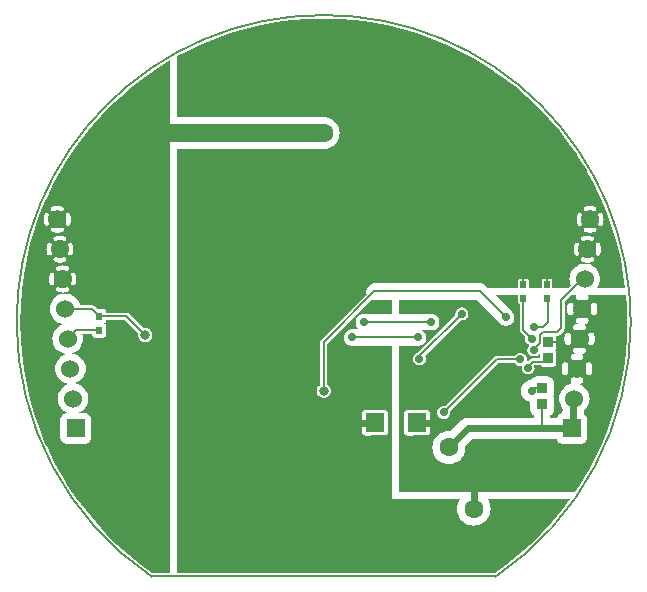
<source format=gbl>
G04 start of page 3 for group 1 idx 1 *
G04 Title: roomunit-psu, bottom *
G04 Creator: pcb 1.99z *
G04 CreationDate: tor 11 jun 2015 09:01:47 UTC *
G04 For: jonatan *
G04 Format: Gerber/RS-274X *
G04 PCB-Dimensions (mil): 2401.57 2401.57 *
G04 PCB-Coordinate-Origin: lower left *
%MOIN*%
%FSLAX25Y25*%
%LNBOTTOM*%
%ADD48C,0.0157*%
%ADD47C,0.0118*%
%ADD46C,0.0630*%
%ADD45C,0.0315*%
%ADD44C,0.0276*%
%ADD43R,0.0197X0.0197*%
%ADD42R,0.0315X0.0315*%
%ADD41R,0.0618X0.0618*%
%ADD40C,0.0600*%
%ADD39C,0.0591*%
%ADD38C,0.0236*%
%ADD37C,0.0079*%
%ADD36C,0.0001*%
G54D36*G36*
X68898Y207342D02*Y185738D01*
X68889Y185630D01*
X68898Y185522D01*
Y184520D01*
X68750Y183905D01*
X68684Y183071D01*
X68750Y182237D01*
X68898Y181622D01*
Y180620D01*
X68889Y180512D01*
X68898Y180404D01*
Y36614D01*
X62962D01*
X59261Y39216D01*
X55183Y42450D01*
X51278Y45890D01*
X47554Y49525D01*
X45901Y51315D01*
Y114872D01*
X46476Y114875D01*
X46687Y114926D01*
X46887Y115009D01*
X47072Y115122D01*
X47237Y115263D01*
X47378Y115428D01*
X47491Y115613D01*
X47574Y115813D01*
X47625Y116024D01*
X47638Y116240D01*
X47625Y118700D01*
X47574Y118911D01*
X47491Y119112D01*
X47378Y119297D01*
X47237Y119462D01*
X47072Y119602D01*
X46905Y119705D01*
X47072Y119807D01*
X47237Y119948D01*
X47378Y120113D01*
X47491Y120298D01*
X47574Y120498D01*
X47625Y120709D01*
X47634Y120866D01*
X53841D01*
X58348Y116360D01*
X58290Y116119D01*
X58260Y115748D01*
X58290Y115377D01*
X58376Y115016D01*
X58519Y114672D01*
X58713Y114355D01*
X58954Y114073D01*
X59237Y113831D01*
X59554Y113637D01*
X59898Y113495D01*
X60259Y113408D01*
X60630Y113379D01*
X61001Y113408D01*
X61362Y113495D01*
X61706Y113637D01*
X62023Y113831D01*
X62305Y114073D01*
X62547Y114355D01*
X62741Y114672D01*
X62883Y115016D01*
X62970Y115377D01*
X62992Y115748D01*
X62970Y116119D01*
X62883Y116480D01*
X62741Y116824D01*
X62547Y117141D01*
X62305Y117424D01*
X62023Y117665D01*
X61706Y117859D01*
X61362Y118002D01*
X61001Y118088D01*
X60630Y118118D01*
X60259Y118088D01*
X60018Y118030D01*
X55199Y122850D01*
X55168Y122885D01*
X55027Y123006D01*
X54869Y123103D01*
X54697Y123174D01*
X54559Y123207D01*
X54516Y123217D01*
X54331Y123232D01*
X54284Y123228D01*
X47626D01*
X47625Y123386D01*
X47574Y123596D01*
X47491Y123797D01*
X47378Y123982D01*
X47237Y124147D01*
X47072Y124288D01*
X46887Y124401D01*
X46687Y124484D01*
X46476Y124534D01*
X46260Y124547D01*
X45901Y124545D01*
Y188851D01*
X48533Y191625D01*
X52375Y195271D01*
X56403Y198711D01*
X60606Y201936D01*
X64972Y204936D01*
X68898Y207342D01*
G37*
G36*
X33045Y90889D02*X33529Y90476D01*
X34212Y90058D01*
X34952Y89751D01*
X35082Y89720D01*
X34074Y89717D01*
X33754Y89640D01*
X33450Y89514D01*
X33169Y89342D01*
X33045Y89237D01*
Y90889D01*
G37*
G36*
Y100201D02*X33340Y100020D01*
X34080Y99713D01*
X34859Y99526D01*
X35125Y99505D01*
X34952Y99464D01*
X34212Y99157D01*
X33529Y98739D01*
X33045Y98326D01*
Y100201D01*
G37*
G36*
Y109743D02*X33209Y109675D01*
X33988Y109488D01*
X34252Y109467D01*
X34080Y109426D01*
X33340Y109119D01*
X33045Y108939D01*
Y109743D01*
G37*
G36*
Y119467D02*X33117Y119450D01*
X33381Y119429D01*
X33209Y119388D01*
X33045Y119320D01*
Y119467D01*
G37*
G36*
X36657Y177275D02*X38222Y179552D01*
X41446Y183754D01*
X44887Y187782D01*
X45901Y188851D01*
Y124545D01*
X44456Y124537D01*
X43697Y125296D01*
X43667Y125331D01*
X43526Y125452D01*
X43526Y125452D01*
X43367Y125549D01*
X43196Y125620D01*
X43015Y125663D01*
X42830Y125678D01*
X42783Y125674D01*
X38867D01*
X38772Y126071D01*
X38465Y126811D01*
X38046Y127495D01*
X37526Y128104D01*
X36917Y128624D01*
X36657Y128784D01*
Y132308D01*
X36700Y132316D01*
X36812Y132353D01*
X36916Y132407D01*
X37011Y132477D01*
X37094Y132561D01*
X37163Y132657D01*
X37214Y132764D01*
X37362Y133171D01*
X37466Y133593D01*
X37528Y134022D01*
X37549Y134456D01*
X37528Y134889D01*
X37466Y135318D01*
X37362Y135740D01*
X37218Y136149D01*
X37166Y136255D01*
X37097Y136352D01*
X37014Y136436D01*
X36918Y136507D01*
X36813Y136561D01*
X36700Y136599D01*
X36657Y136606D01*
Y143994D01*
X36677Y144417D01*
X36657Y144841D01*
Y177275D01*
G37*
G36*
X34914Y142844D02*X34917Y142827D01*
X34954Y142715D01*
X35008Y142610D01*
X35079Y142515D01*
X35163Y142432D01*
X35259Y142363D01*
X35364Y142310D01*
X35477Y142275D01*
X35593Y142257D01*
X35711Y142258D01*
X35828Y142277D01*
X35940Y142315D01*
X36045Y142369D01*
X36140Y142439D01*
X36223Y142523D01*
X36291Y142619D01*
X36342Y142726D01*
X36490Y143133D01*
X36594Y143555D01*
X36656Y143984D01*
X36657Y143994D01*
Y136606D01*
X36583Y136618D01*
X36465Y136619D01*
X36348Y136601D01*
X36235Y136566D01*
X36128Y136513D01*
X36032Y136444D01*
X35948Y136360D01*
X35877Y136265D01*
X35822Y136160D01*
X35785Y136047D01*
X35766Y135930D01*
X35765Y135811D01*
X35782Y135694D01*
X35820Y135582D01*
X35919Y135311D01*
X35988Y135030D01*
X36030Y134744D01*
X36044Y134456D01*
X36030Y134167D01*
X35988Y133881D01*
X35919Y133600D01*
X35824Y133328D01*
X35786Y133216D01*
X35768Y133099D01*
X35769Y132981D01*
X35788Y132865D01*
X35826Y132753D01*
X35880Y132648D01*
X35950Y132553D01*
X36034Y132470D01*
X36130Y132401D01*
X36236Y132349D01*
X36348Y132313D01*
X36465Y132295D01*
X36583Y132296D01*
X36657Y132308D01*
Y128784D01*
X36234Y129043D01*
X35493Y129350D01*
X34914Y129489D01*
Y130384D01*
X34940Y130402D01*
X35025Y130486D01*
X35095Y130581D01*
X35150Y130686D01*
X35187Y130799D01*
X35206Y130916D01*
X35207Y131034D01*
X35190Y131152D01*
X35154Y131265D01*
X35101Y131371D01*
X35032Y131467D01*
X34948Y131552D01*
X34914Y131577D01*
Y137338D01*
X34946Y137362D01*
X35029Y137446D01*
X35098Y137542D01*
X35151Y137648D01*
X35186Y137760D01*
X35204Y137877D01*
X35203Y137995D01*
X35184Y138111D01*
X35146Y138223D01*
X35092Y138328D01*
X35022Y138423D01*
X34938Y138506D01*
X34914Y138523D01*
Y142844D01*
G37*
G36*
Y145647D02*X34949Y145544D01*
X35048Y145272D01*
X35117Y144992D01*
X35158Y144706D01*
X35172Y144417D01*
X35158Y144129D01*
X35117Y143843D01*
X35048Y143562D01*
X34952Y143290D01*
X34914Y143178D01*
X34914Y143176D01*
Y145647D01*
G37*
G36*
Y174685D02*X35221Y175186D01*
X36657Y177275D01*
Y144841D01*
X36656Y144851D01*
X36594Y145280D01*
X36490Y145701D01*
X36347Y146111D01*
X36294Y146217D01*
X36225Y146314D01*
X36142Y146398D01*
X36047Y146469D01*
X35941Y146523D01*
X35829Y146561D01*
X35712Y146580D01*
X35593Y146581D01*
X35476Y146563D01*
X35363Y146527D01*
X35257Y146474D01*
X35160Y146405D01*
X35076Y146322D01*
X35005Y146227D01*
X34951Y146121D01*
X34914Y146011D01*
Y152232D01*
X34957Y152239D01*
X35069Y152276D01*
X35173Y152331D01*
X35268Y152401D01*
X35351Y152485D01*
X35420Y152581D01*
X35471Y152687D01*
X35619Y153095D01*
X35723Y153516D01*
X35785Y153946D01*
X35806Y154379D01*
X35785Y154813D01*
X35723Y155242D01*
X35619Y155663D01*
X35476Y156073D01*
X35423Y156179D01*
X35354Y156276D01*
X35271Y156360D01*
X35175Y156430D01*
X35070Y156485D01*
X34958Y156522D01*
X34914Y156530D01*
Y174685D01*
G37*
G36*
Y131577D02*X34853Y131622D01*
X34748Y131677D01*
X34635Y131714D01*
X34518Y131734D01*
X34400Y131734D01*
X34282Y131717D01*
X34170Y131679D01*
X33899Y131580D01*
X33618Y131511D01*
X33332Y131469D01*
X33045Y131456D01*
Y137455D01*
X33332Y137442D01*
X33618Y137400D01*
X33899Y137331D01*
X34171Y137235D01*
X34283Y137198D01*
X34400Y137180D01*
X34518Y137181D01*
X34634Y137200D01*
X34746Y137238D01*
X34851Y137292D01*
X34914Y137338D01*
Y131577D01*
G37*
G36*
Y129489D02*X34714Y129537D01*
X33915Y129600D01*
X33117Y129537D01*
X33045Y129520D01*
Y129950D01*
X33477Y129971D01*
X33906Y130034D01*
X34328Y130137D01*
X34737Y130281D01*
X34844Y130333D01*
X34914Y130384D01*
Y129489D01*
G37*
G36*
X33045Y171636D02*X34914Y174685D01*
Y156530D01*
X34841Y156542D01*
X34722Y156543D01*
X34605Y156525D01*
X34492Y156489D01*
X34386Y156436D01*
X34289Y156367D01*
X34205Y156284D01*
X34134Y156188D01*
X34080Y156083D01*
X34042Y155971D01*
X34023Y155854D01*
X34022Y155735D01*
X34040Y155618D01*
X34078Y155506D01*
X34176Y155234D01*
X34245Y154954D01*
X34287Y154668D01*
X34301Y154379D01*
X34287Y154091D01*
X34245Y153805D01*
X34176Y153524D01*
X34081Y153251D01*
X34043Y153140D01*
X34025Y153023D01*
X34026Y152905D01*
X34046Y152788D01*
X34083Y152676D01*
X34137Y152572D01*
X34207Y152477D01*
X34291Y152394D01*
X34387Y152325D01*
X34493Y152272D01*
X34605Y152237D01*
X34722Y152219D01*
X34840Y152220D01*
X34914Y152232D01*
Y146011D01*
X34913Y146009D01*
X34894Y145892D01*
X34893Y145773D01*
X34911Y145656D01*
X34914Y145647D01*
Y143176D01*
X34897Y143061D01*
X34897Y142943D01*
X34914Y142844D01*
Y138523D01*
X34842Y138575D01*
X34735Y138625D01*
X34328Y138774D01*
X33906Y138877D01*
X33477Y138940D01*
X33045Y138961D01*
Y139998D01*
X33456Y140099D01*
X33866Y140243D01*
X33972Y140295D01*
X34068Y140364D01*
X34153Y140447D01*
X34223Y140543D01*
X34278Y140648D01*
X34315Y140761D01*
X34335Y140878D01*
X34336Y140996D01*
X34318Y141113D01*
X34282Y141227D01*
X34229Y141333D01*
X34160Y141429D01*
X34077Y141514D01*
X33981Y141584D01*
X33876Y141639D01*
X33764Y141676D01*
X33647Y141695D01*
X33528Y141696D01*
X33411Y141679D01*
X33299Y141641D01*
X33045Y141548D01*
Y147286D01*
X33300Y147197D01*
X33411Y147159D01*
X33528Y147142D01*
X33646Y147143D01*
X33763Y147162D01*
X33875Y147199D01*
X33980Y147254D01*
X34075Y147324D01*
X34157Y147408D01*
X34226Y147504D01*
X34279Y147609D01*
X34315Y147722D01*
X34332Y147839D01*
X34331Y147957D01*
X34312Y148073D01*
X34275Y148185D01*
X34220Y148290D01*
X34150Y148385D01*
X34066Y148468D01*
X33970Y148537D01*
X33864Y148587D01*
X33456Y148736D01*
X33045Y148837D01*
Y150230D01*
X33101Y150257D01*
X33197Y150326D01*
X33282Y150409D01*
X33352Y150505D01*
X33407Y150610D01*
X33444Y150722D01*
X33464Y150839D01*
X33464Y150958D01*
X33447Y151075D01*
X33411Y151188D01*
X33358Y151294D01*
X33289Y151391D01*
X33206Y151475D01*
X33110Y151546D01*
X33045Y151579D01*
Y157183D01*
X33108Y157216D01*
X33203Y157286D01*
X33286Y157370D01*
X33355Y157466D01*
X33408Y157571D01*
X33443Y157684D01*
X33461Y157801D01*
X33460Y157919D01*
X33441Y158035D01*
X33403Y158147D01*
X33349Y158252D01*
X33279Y158347D01*
X33195Y158430D01*
X33099Y158498D01*
X33045Y158524D01*
Y171636D01*
G37*
G36*
X45901Y51315D02*X44022Y53348D01*
X40691Y57347D01*
X37571Y61512D01*
X34669Y65832D01*
X33045Y68539D01*
Y80055D01*
X33169Y79949D01*
X33450Y79777D01*
X33754Y79651D01*
X34074Y79574D01*
X34402Y79555D01*
X40730Y79574D01*
X41050Y79651D01*
X41354Y79777D01*
X41634Y79949D01*
X41884Y80163D01*
X42098Y80413D01*
X42270Y80694D01*
X42396Y80998D01*
X42473Y81318D01*
X42492Y81646D01*
X42473Y87974D01*
X42396Y88294D01*
X42270Y88598D01*
X42098Y88878D01*
X41884Y89128D01*
X41634Y89342D01*
X41354Y89514D01*
X41050Y89640D01*
X40730Y89717D01*
X40402Y89736D01*
X38015Y89729D01*
X38108Y89751D01*
X38848Y90058D01*
X39531Y90476D01*
X40141Y90997D01*
X40661Y91606D01*
X41080Y92289D01*
X41386Y93030D01*
X41573Y93809D01*
X41620Y94607D01*
X41573Y95406D01*
X41386Y96185D01*
X41080Y96926D01*
X40661Y97609D01*
X40141Y98218D01*
X39531Y98739D01*
X38848Y99157D01*
X38108Y99464D01*
X37329Y99651D01*
X37063Y99672D01*
X37236Y99713D01*
X37976Y100020D01*
X38660Y100439D01*
X39269Y100959D01*
X39789Y101568D01*
X40208Y102251D01*
X40515Y102992D01*
X40702Y103771D01*
X40749Y104570D01*
X40702Y105368D01*
X40515Y106148D01*
X40208Y106888D01*
X39789Y107571D01*
X39269Y108180D01*
X38660Y108701D01*
X37976Y109119D01*
X37236Y109426D01*
X36457Y109613D01*
X36193Y109634D01*
X36365Y109675D01*
X37105Y109982D01*
X37788Y110400D01*
X38398Y110921D01*
X38918Y111530D01*
X39337Y112213D01*
X39643Y112954D01*
X39830Y113733D01*
X39878Y114531D01*
X39830Y115330D01*
X39643Y116109D01*
X39614Y116181D01*
X42925D01*
X42926Y116024D01*
X42977Y115813D01*
X43060Y115613D01*
X43173Y115428D01*
X43314Y115263D01*
X43479Y115122D01*
X43664Y115009D01*
X43864Y114926D01*
X44075Y114875D01*
X44291Y114862D01*
X45901Y114872D01*
Y51315D01*
G37*
G36*
X29431Y150311D02*X29503Y150260D01*
X29609Y150209D01*
X30017Y150061D01*
X30438Y149957D01*
X30867Y149895D01*
X31301Y149874D01*
X31734Y149895D01*
X32164Y149957D01*
X32585Y150061D01*
X32994Y150204D01*
X33045Y150230D01*
Y148837D01*
X33035Y148839D01*
X32605Y148902D01*
X32172Y148923D01*
X31739Y148902D01*
X31309Y148839D01*
X30888Y148736D01*
X30478Y148592D01*
X30372Y148540D01*
X30276Y148471D01*
X30191Y148387D01*
X30121Y148292D01*
X30066Y148187D01*
X30029Y148074D01*
X30009Y147957D01*
X30008Y147838D01*
X30026Y147721D01*
X30062Y147608D01*
X30115Y147502D01*
X30184Y147406D01*
X30267Y147321D01*
X30363Y147251D01*
X30468Y147196D01*
X30581Y147159D01*
X30698Y147139D01*
X30816Y147138D01*
X30933Y147156D01*
X31046Y147194D01*
X31317Y147293D01*
X31598Y147362D01*
X31883Y147403D01*
X32172Y147417D01*
X32461Y147403D01*
X32747Y147362D01*
X33027Y147293D01*
X33045Y147286D01*
Y141548D01*
X33027Y141542D01*
X32747Y141473D01*
X32461Y141431D01*
X32172Y141417D01*
X31883Y141431D01*
X31598Y141473D01*
X31317Y141542D01*
X31044Y141637D01*
X30933Y141675D01*
X30816Y141693D01*
X30698Y141692D01*
X30581Y141673D01*
X30469Y141635D01*
X30365Y141581D01*
X30270Y141511D01*
X30187Y141427D01*
X30118Y141331D01*
X30065Y141225D01*
X30030Y141113D01*
X30012Y140996D01*
X30013Y140878D01*
X30032Y140761D01*
X30069Y140649D01*
X30124Y140545D01*
X30194Y140450D01*
X30278Y140367D01*
X30374Y140298D01*
X30480Y140247D01*
X30888Y140099D01*
X31309Y139995D01*
X31739Y139933D01*
X32172Y139912D01*
X32605Y139933D01*
X33035Y139995D01*
X33045Y139998D01*
Y138961D01*
X33044Y138961D01*
X32610Y138940D01*
X32181Y138877D01*
X31760Y138774D01*
X31350Y138630D01*
X31244Y138578D01*
X31147Y138509D01*
X31063Y138425D01*
X30992Y138330D01*
X30938Y138225D01*
X30900Y138112D01*
X30881Y137995D01*
X30880Y137877D01*
X30898Y137759D01*
X30934Y137646D01*
X30987Y137540D01*
X31056Y137444D01*
X31139Y137359D01*
X31234Y137289D01*
X31340Y137234D01*
X31452Y137197D01*
X31569Y137177D01*
X31688Y137177D01*
X31805Y137194D01*
X31917Y137232D01*
X32189Y137331D01*
X32469Y137400D01*
X32755Y137442D01*
X33044Y137456D01*
X33045Y137455D01*
Y131456D01*
X33044Y131456D01*
X32755Y131469D01*
X32469Y131511D01*
X32189Y131580D01*
X31916Y131676D01*
X31804Y131713D01*
X31688Y131731D01*
X31569Y131730D01*
X31453Y131711D01*
X31341Y131674D01*
X31236Y131619D01*
X31141Y131549D01*
X31058Y131465D01*
X30990Y131369D01*
X30937Y131263D01*
X30901Y131151D01*
X30884Y131034D01*
X30884Y130916D01*
X30904Y130800D01*
X30941Y130688D01*
X30995Y130583D01*
X31065Y130488D01*
X31150Y130405D01*
X31246Y130336D01*
X31352Y130286D01*
X31760Y130137D01*
X32181Y130034D01*
X32610Y129971D01*
X33044Y129950D01*
X33045Y129950D01*
Y129520D01*
X32337Y129350D01*
X31597Y129043D01*
X30914Y128624D01*
X30305Y128104D01*
X29784Y127495D01*
X29431Y126917D01*
Y132305D01*
X29504Y132293D01*
X29623Y132292D01*
X29740Y132310D01*
X29853Y132345D01*
X29959Y132398D01*
X30055Y132467D01*
X30140Y132551D01*
X30210Y132646D01*
X30265Y132751D01*
X30302Y132864D01*
X30322Y132981D01*
X30323Y133100D01*
X30305Y133217D01*
X30267Y133329D01*
X30168Y133600D01*
X30099Y133881D01*
X30058Y134167D01*
X30044Y134456D01*
X30058Y134744D01*
X30099Y135030D01*
X30168Y135311D01*
X30264Y135583D01*
X30302Y135695D01*
X30319Y135812D01*
X30318Y135930D01*
X30299Y136046D01*
X30262Y136158D01*
X30207Y136263D01*
X30137Y136358D01*
X30053Y136441D01*
X29957Y136510D01*
X29852Y136562D01*
X29739Y136598D01*
X29622Y136616D01*
X29504Y136615D01*
X29431Y136603D01*
Y142825D01*
X29431Y142826D01*
X29450Y142943D01*
X29451Y143061D01*
X29433Y143179D01*
X29431Y143187D01*
Y145661D01*
X29448Y145774D01*
X29447Y145892D01*
X29431Y145988D01*
Y150311D01*
G37*
G36*
Y157257D02*X29491Y157213D01*
X29597Y157158D01*
X29709Y157120D01*
X29826Y157101D01*
X29945Y157100D01*
X30062Y157118D01*
X30174Y157156D01*
X30446Y157255D01*
X30726Y157324D01*
X31012Y157365D01*
X31301Y157379D01*
X31589Y157365D01*
X31875Y157324D01*
X32156Y157255D01*
X32429Y157159D01*
X32540Y157121D01*
X32657Y157104D01*
X32775Y157105D01*
X32891Y157124D01*
X33003Y157161D01*
X33045Y157183D01*
Y151579D01*
X33005Y151600D01*
X32892Y151638D01*
X32775Y151657D01*
X32657Y151658D01*
X32539Y151640D01*
X32427Y151602D01*
X32156Y151504D01*
X31875Y151435D01*
X31589Y151393D01*
X31301Y151379D01*
X31012Y151393D01*
X30726Y151435D01*
X30446Y151504D01*
X30173Y151599D01*
X30061Y151637D01*
X29945Y151655D01*
X29827Y151654D01*
X29710Y151634D01*
X29598Y151597D01*
X29493Y151543D01*
X29431Y151496D01*
Y157257D01*
G37*
G36*
Y164976D02*X29926Y166014D01*
X32453Y170669D01*
X33045Y171636D01*
Y158524D01*
X32992Y158549D01*
X32585Y158697D01*
X32164Y158801D01*
X31734Y158863D01*
X31301Y158884D01*
X30867Y158863D01*
X30438Y158801D01*
X30017Y158697D01*
X29607Y158554D01*
X29501Y158501D01*
X29431Y158451D01*
Y164976D01*
G37*
G36*
X33045Y68539D02*X31992Y70295D01*
X29549Y74890D01*
X29431Y75144D01*
Y122069D01*
X29784Y121492D01*
X30305Y120883D01*
X30914Y120362D01*
X31597Y119944D01*
X32337Y119637D01*
X33045Y119467D01*
Y119320D01*
X32469Y119081D01*
X31786Y118663D01*
X31176Y118142D01*
X30656Y117533D01*
X30237Y116850D01*
X29931Y116109D01*
X29744Y115330D01*
X29681Y114531D01*
X29744Y113733D01*
X29931Y112954D01*
X30237Y112213D01*
X30656Y111530D01*
X31176Y110921D01*
X31786Y110400D01*
X32469Y109982D01*
X33045Y109743D01*
Y108939D01*
X32657Y108701D01*
X32048Y108180D01*
X31527Y107571D01*
X31109Y106888D01*
X30802Y106148D01*
X30615Y105368D01*
X30552Y104570D01*
X30615Y103771D01*
X30802Y102992D01*
X31109Y102251D01*
X31527Y101568D01*
X32048Y100959D01*
X32657Y100439D01*
X33045Y100201D01*
Y98326D01*
X32919Y98218D01*
X32399Y97609D01*
X31980Y96926D01*
X31674Y96185D01*
X31487Y95406D01*
X31424Y94607D01*
X31487Y93809D01*
X31674Y93030D01*
X31980Y92289D01*
X32399Y91606D01*
X32919Y90997D01*
X33045Y90889D01*
Y89237D01*
X32919Y89128D01*
X32705Y88878D01*
X32533Y88598D01*
X32407Y88294D01*
X32330Y87974D01*
X32311Y87646D01*
X32330Y81318D01*
X32407Y80998D01*
X32533Y80694D01*
X32705Y80413D01*
X32919Y80163D01*
X33045Y80055D01*
Y68539D01*
G37*
G36*
X29392Y145545D02*X29430Y145657D01*
X29431Y145661D01*
Y143187D01*
X29395Y143291D01*
X29296Y143562D01*
X29228Y143843D01*
X29186Y144129D01*
X29172Y144417D01*
X29186Y144706D01*
X29228Y144992D01*
X29296Y145272D01*
X29392Y145545D01*
G37*
G36*
X27688Y161322D02*X29431Y164976D01*
Y158451D01*
X29404Y158432D01*
X29320Y158349D01*
X29250Y158254D01*
X29195Y158148D01*
X29157Y158036D01*
X29138Y157919D01*
X29137Y157800D01*
X29155Y157683D01*
X29191Y157570D01*
X29244Y157464D01*
X29313Y157367D01*
X29396Y157283D01*
X29431Y157257D01*
Y151496D01*
X29398Y151473D01*
X29315Y151389D01*
X29247Y151293D01*
X29194Y151187D01*
X29158Y151074D01*
X29141Y150958D01*
X29142Y150840D01*
X29161Y150723D01*
X29198Y150611D01*
X29252Y150506D01*
X29323Y150411D01*
X29407Y150329D01*
X29431Y150311D01*
Y145988D01*
X29427Y146008D01*
X29390Y146120D01*
X29336Y146225D01*
X29266Y146320D01*
X29182Y146403D01*
X29085Y146471D01*
X28980Y146524D01*
X28867Y146560D01*
X28751Y146577D01*
X28633Y146577D01*
X28516Y146557D01*
X28404Y146520D01*
X28299Y146466D01*
X28204Y146396D01*
X28121Y146311D01*
X28053Y146215D01*
X28002Y146109D01*
X27854Y145701D01*
X27750Y145280D01*
X27688Y144851D01*
X27688Y144849D01*
Y152229D01*
X27761Y152216D01*
X27880Y152216D01*
X27997Y152233D01*
X28110Y152269D01*
X28216Y152322D01*
X28312Y152391D01*
X28397Y152474D01*
X28467Y152570D01*
X28522Y152675D01*
X28559Y152788D01*
X28579Y152905D01*
X28580Y153023D01*
X28562Y153140D01*
X28524Y153253D01*
X28425Y153524D01*
X28356Y153805D01*
X28315Y154091D01*
X28301Y154379D01*
X28315Y154668D01*
X28356Y154954D01*
X28425Y155234D01*
X28521Y155507D01*
X28559Y155619D01*
X28576Y155735D01*
X28575Y155853D01*
X28556Y155970D01*
X28519Y156082D01*
X28464Y156187D01*
X28394Y156282D01*
X28310Y156364D01*
X28214Y156433D01*
X28109Y156486D01*
X27996Y156522D01*
X27879Y156539D01*
X27761Y156538D01*
X27688Y156526D01*
Y161322D01*
G37*
G36*
X29431Y75144D02*X27688Y78873D01*
Y143985D01*
X27688Y143984D01*
X27750Y143555D01*
X27854Y143133D01*
X27997Y142724D01*
X28050Y142617D01*
X28119Y142521D01*
X28202Y142436D01*
X28298Y142366D01*
X28403Y142311D01*
X28515Y142274D01*
X28632Y142255D01*
X28751Y142254D01*
X28868Y142271D01*
X28981Y142307D01*
X29087Y142360D01*
X29184Y142429D01*
X29268Y142513D01*
X29339Y142608D01*
X29393Y142713D01*
X29431Y142825D01*
Y136603D01*
X29388Y136595D01*
X29276Y136558D01*
X29171Y136504D01*
X29076Y136434D01*
X28993Y136350D01*
X28924Y136254D01*
X28874Y136147D01*
X28725Y135740D01*
X28622Y135318D01*
X28559Y134889D01*
X28538Y134456D01*
X28559Y134022D01*
X28622Y133593D01*
X28725Y133171D01*
X28869Y132762D01*
X28921Y132656D01*
X28990Y132559D01*
X29074Y132475D01*
X29169Y132404D01*
X29274Y132350D01*
X29387Y132312D01*
X29431Y132305D01*
Y126917D01*
X29366Y126811D01*
X29059Y126071D01*
X28872Y125292D01*
X28809Y124493D01*
X28872Y123695D01*
X29059Y122915D01*
X29366Y122175D01*
X29431Y122069D01*
Y75144D01*
G37*
G36*
X27688Y78873D02*X27345Y79605D01*
X25387Y84427D01*
X23679Y89343D01*
X22226Y94340D01*
X21032Y99406D01*
X20100Y104526D01*
X19433Y109687D01*
X19031Y114876D01*
X18904Y119818D01*
X18921Y119888D01*
X18932Y120079D01*
X19036Y125374D01*
X19452Y130655D01*
X20143Y135907D01*
X21109Y141115D01*
X22345Y146266D01*
X23850Y151345D01*
X25618Y156339D01*
X27645Y161233D01*
X27688Y161322D01*
Y156526D01*
X27645Y156519D01*
X27533Y156482D01*
X27428Y156427D01*
X27333Y156357D01*
X27250Y156273D01*
X27182Y156177D01*
X27131Y156071D01*
X26982Y155663D01*
X26879Y155242D01*
X26816Y154813D01*
X26796Y154379D01*
X26816Y153946D01*
X26879Y153516D01*
X26982Y153095D01*
X27126Y152685D01*
X27179Y152579D01*
X27248Y152483D01*
X27331Y152398D01*
X27426Y152328D01*
X27532Y152273D01*
X27644Y152236D01*
X27688Y152229D01*
Y144849D01*
X27667Y144417D01*
X27688Y143985D01*
Y78873D01*
G37*
G36*
X137186Y127559D02*X142913D01*
Y122835D01*
X137186D01*
Y127559D01*
G37*
G36*
X211637Y153251D02*X211599Y153140D01*
X211599Y153136D01*
Y155609D01*
X211634Y155506D01*
X211732Y155234D01*
X211801Y154954D01*
X211843Y154668D01*
X211857Y154379D01*
X211843Y154091D01*
X211801Y153805D01*
X211732Y153524D01*
X211637Y153251D01*
G37*
G36*
X211599Y163148D02*X212512Y161233D01*
X214539Y156339D01*
X216308Y151345D01*
X217812Y146266D01*
X219049Y141115D01*
X220014Y135907D01*
X220595Y131496D01*
X211599D01*
Y132031D01*
X211663Y132137D01*
X211970Y132878D01*
X212157Y133657D01*
X212204Y134456D01*
X212157Y135254D01*
X211970Y136033D01*
X211663Y136774D01*
X211599Y136880D01*
Y142270D01*
X211641Y142277D01*
X211753Y142315D01*
X211858Y142369D01*
X211953Y142439D01*
X212036Y142523D01*
X212105Y142619D01*
X212155Y142726D01*
X212304Y143133D01*
X212407Y143555D01*
X212470Y143984D01*
X212491Y144417D01*
X212470Y144851D01*
X212407Y145280D01*
X212304Y145701D01*
X212160Y146111D01*
X212108Y146217D01*
X212039Y146314D01*
X211955Y146398D01*
X211860Y146469D01*
X211755Y146523D01*
X211642Y146561D01*
X211599Y146568D01*
Y152807D01*
X211602Y152788D01*
X211639Y152676D01*
X211693Y152572D01*
X211763Y152477D01*
X211847Y152394D01*
X211943Y152325D01*
X212049Y152272D01*
X212162Y152237D01*
X212278Y152219D01*
X212396Y152220D01*
X212513Y152239D01*
X212625Y152276D01*
X212730Y152331D01*
X212825Y152401D01*
X212907Y152485D01*
X212976Y152581D01*
X213027Y152687D01*
X213175Y153095D01*
X213279Y153516D01*
X213341Y153946D01*
X213362Y154379D01*
X213341Y154813D01*
X213279Y155242D01*
X213175Y155663D01*
X213032Y156073D01*
X212979Y156179D01*
X212910Y156276D01*
X212827Y156360D01*
X212731Y156430D01*
X212626Y156485D01*
X212514Y156522D01*
X212397Y156542D01*
X212278Y156543D01*
X212161Y156525D01*
X212048Y156489D01*
X211942Y156436D01*
X211845Y156367D01*
X211761Y156284D01*
X211690Y156188D01*
X211636Y156083D01*
X211599Y155972D01*
Y163148D01*
G37*
G36*
Y131496D02*X211271D01*
X211599Y132031D01*
Y131496D01*
G37*
G36*
X207987Y170148D02*X210232Y166014D01*
X211599Y163148D01*
Y155972D01*
X211598Y155971D01*
X211579Y155854D01*
X211578Y155735D01*
X211596Y155618D01*
X211599Y155609D01*
Y153136D01*
X211581Y153023D01*
X211582Y152905D01*
X211599Y152807D01*
Y146568D01*
X211525Y146580D01*
X211407Y146581D01*
X211289Y146563D01*
X211176Y146527D01*
X211070Y146474D01*
X210974Y146405D01*
X210889Y146322D01*
X210819Y146227D01*
X210764Y146121D01*
X210727Y146009D01*
X210707Y145892D01*
X210706Y145773D01*
X210724Y145656D01*
X210762Y145544D01*
X210861Y145272D01*
X210930Y144992D01*
X210972Y144706D01*
X210985Y144417D01*
X210972Y144129D01*
X210930Y143843D01*
X210861Y143562D01*
X210765Y143290D01*
X210728Y143178D01*
X210710Y143061D01*
X210711Y142943D01*
X210730Y142827D01*
X210767Y142715D01*
X210822Y142610D01*
X210892Y142515D01*
X210976Y142432D01*
X211072Y142363D01*
X211178Y142310D01*
X211290Y142275D01*
X211407Y142257D01*
X211525Y142258D01*
X211599Y142270D01*
Y136880D01*
X211245Y137457D01*
X210724Y138066D01*
X210115Y138587D01*
X209432Y139005D01*
X208692Y139312D01*
X207987Y139481D01*
Y139912D01*
X208419Y139933D01*
X208848Y139995D01*
X209270Y140099D01*
X209679Y140243D01*
X209785Y140295D01*
X209882Y140364D01*
X209966Y140447D01*
X210037Y140543D01*
X210091Y140648D01*
X210129Y140761D01*
X210148Y140878D01*
X210149Y140996D01*
X210131Y141113D01*
X210096Y141227D01*
X210042Y141333D01*
X209973Y141429D01*
X209890Y141514D01*
X209795Y141584D01*
X209689Y141639D01*
X209577Y141676D01*
X209460Y141695D01*
X209341Y141696D01*
X209224Y141679D01*
X209112Y141641D01*
X208841Y141542D01*
X208560Y141473D01*
X208274Y141431D01*
X207987Y141417D01*
Y147417D01*
X208274Y147403D01*
X208560Y147362D01*
X208841Y147293D01*
X209113Y147197D01*
X209225Y147159D01*
X209342Y147142D01*
X209460Y147143D01*
X209576Y147162D01*
X209688Y147199D01*
X209793Y147254D01*
X209888Y147324D01*
X209971Y147408D01*
X210039Y147504D01*
X210092Y147609D01*
X210128Y147722D01*
X210146Y147839D01*
X210145Y147957D01*
X210125Y148073D01*
X210088Y148185D01*
X210034Y148290D01*
X209964Y148385D01*
X209880Y148468D01*
X209784Y148537D01*
X209677Y148587D01*
X209270Y148736D01*
X208848Y148839D01*
X208419Y148902D01*
X207987Y148922D01*
Y149959D01*
X207994Y149957D01*
X208424Y149895D01*
X208857Y149874D01*
X209290Y149895D01*
X209720Y149957D01*
X210141Y150061D01*
X210551Y150204D01*
X210657Y150257D01*
X210753Y150326D01*
X210838Y150409D01*
X210908Y150505D01*
X210963Y150610D01*
X211000Y150722D01*
X211020Y150839D01*
X211021Y150958D01*
X211003Y151075D01*
X210967Y151188D01*
X210914Y151294D01*
X210845Y151391D01*
X210762Y151475D01*
X210666Y151546D01*
X210561Y151600D01*
X210448Y151638D01*
X210331Y151657D01*
X210213Y151658D01*
X210096Y151640D01*
X209983Y151602D01*
X209712Y151504D01*
X209431Y151435D01*
X209146Y151393D01*
X208857Y151379D01*
X208568Y151393D01*
X208282Y151435D01*
X208002Y151504D01*
X207987Y151509D01*
Y157249D01*
X208002Y157255D01*
X208282Y157324D01*
X208568Y157365D01*
X208857Y157379D01*
X209146Y157365D01*
X209431Y157324D01*
X209712Y157255D01*
X209985Y157159D01*
X210096Y157121D01*
X210213Y157104D01*
X210331Y157105D01*
X210448Y157124D01*
X210560Y157161D01*
X210664Y157216D01*
X210759Y157286D01*
X210842Y157370D01*
X210911Y157466D01*
X210964Y157571D01*
X210999Y157684D01*
X211017Y157801D01*
X211016Y157919D01*
X210997Y158035D01*
X210960Y158147D01*
X210905Y158252D01*
X210835Y158347D01*
X210751Y158430D01*
X210655Y158498D01*
X210549Y158549D01*
X210141Y158697D01*
X209720Y158801D01*
X209290Y158863D01*
X208857Y158884D01*
X208424Y158863D01*
X207994Y158801D01*
X207987Y158799D01*
Y170148D01*
G37*
G36*
X204372Y176007D02*X204936Y175186D01*
X207704Y170669D01*
X207987Y170148D01*
Y158799D01*
X207573Y158697D01*
X207163Y158554D01*
X207057Y158501D01*
X206961Y158432D01*
X206876Y158349D01*
X206806Y158254D01*
X206751Y158148D01*
X206714Y158036D01*
X206694Y157919D01*
X206693Y157800D01*
X206711Y157683D01*
X206747Y157570D01*
X206800Y157464D01*
X206869Y157367D01*
X206952Y157283D01*
X207048Y157213D01*
X207153Y157158D01*
X207265Y157120D01*
X207382Y157101D01*
X207501Y157100D01*
X207618Y157118D01*
X207730Y157156D01*
X207987Y157249D01*
Y151509D01*
X207729Y151599D01*
X207617Y151637D01*
X207501Y151655D01*
X207383Y151654D01*
X207266Y151634D01*
X207154Y151597D01*
X207049Y151543D01*
X206954Y151473D01*
X206872Y151389D01*
X206803Y151293D01*
X206750Y151187D01*
X206714Y151074D01*
X206697Y150958D01*
X206698Y150840D01*
X206717Y150723D01*
X206754Y150611D01*
X206809Y150506D01*
X206879Y150411D01*
X206963Y150329D01*
X207059Y150260D01*
X207165Y150209D01*
X207573Y150061D01*
X207987Y149959D01*
Y148922D01*
X207985Y148923D01*
X207552Y148902D01*
X207123Y148839D01*
X206701Y148736D01*
X206292Y148592D01*
X206186Y148540D01*
X206089Y148471D01*
X206005Y148387D01*
X205934Y148292D01*
X205880Y148187D01*
X205842Y148074D01*
X205823Y147957D01*
X205822Y147838D01*
X205840Y147721D01*
X205875Y147608D01*
X205928Y147502D01*
X205997Y147406D01*
X206081Y147321D01*
X206176Y147251D01*
X206281Y147196D01*
X206394Y147159D01*
X206511Y147139D01*
X206630Y147138D01*
X206747Y147156D01*
X206859Y147194D01*
X207130Y147293D01*
X207411Y147362D01*
X207697Y147403D01*
X207985Y147417D01*
X207987Y147417D01*
Y141417D01*
X207985Y141417D01*
X207697Y141431D01*
X207411Y141473D01*
X207130Y141542D01*
X206858Y141637D01*
X206746Y141675D01*
X206629Y141693D01*
X206511Y141692D01*
X206395Y141673D01*
X206283Y141635D01*
X206178Y141581D01*
X206083Y141511D01*
X206000Y141427D01*
X205931Y141331D01*
X205879Y141225D01*
X205843Y141113D01*
X205825Y140996D01*
X205826Y140878D01*
X205845Y140761D01*
X205883Y140649D01*
X205937Y140545D01*
X206007Y140450D01*
X206091Y140367D01*
X206187Y140298D01*
X206294Y140247D01*
X206701Y140099D01*
X207123Y139995D01*
X207552Y139933D01*
X207985Y139912D01*
X207987Y139912D01*
Y139481D01*
X207913Y139499D01*
X207114Y139562D01*
X206315Y139499D01*
X205536Y139312D01*
X204796Y139005D01*
X204372Y138746D01*
Y142267D01*
X204446Y142255D01*
X204564Y142254D01*
X204682Y142271D01*
X204795Y142307D01*
X204901Y142360D01*
X204997Y142429D01*
X205082Y142513D01*
X205152Y142608D01*
X205207Y142713D01*
X205244Y142826D01*
X205264Y142943D01*
X205264Y143061D01*
X205247Y143179D01*
X205209Y143291D01*
X205110Y143562D01*
X205041Y143843D01*
X204999Y144129D01*
X204985Y144417D01*
X204999Y144706D01*
X205041Y144992D01*
X205110Y145272D01*
X205205Y145545D01*
X205243Y145657D01*
X205261Y145774D01*
X205260Y145892D01*
X205241Y146008D01*
X205203Y146120D01*
X205149Y146225D01*
X205079Y146320D01*
X204995Y146403D01*
X204899Y146471D01*
X204793Y146524D01*
X204681Y146560D01*
X204564Y146577D01*
X204446Y146577D01*
X204372Y146564D01*
Y153952D01*
X204373Y153946D01*
X204435Y153516D01*
X204539Y153095D01*
X204682Y152685D01*
X204735Y152579D01*
X204804Y152483D01*
X204887Y152398D01*
X204982Y152328D01*
X205088Y152273D01*
X205200Y152236D01*
X205317Y152216D01*
X205436Y152216D01*
X205553Y152233D01*
X205666Y152269D01*
X205772Y152322D01*
X205869Y152391D01*
X205953Y152474D01*
X206024Y152570D01*
X206078Y152675D01*
X206116Y152788D01*
X206135Y152905D01*
X206136Y153023D01*
X206118Y153140D01*
X206080Y153253D01*
X205981Y153524D01*
X205912Y153805D01*
X205871Y154091D01*
X205857Y154379D01*
X205871Y154668D01*
X205912Y154954D01*
X205981Y155234D01*
X206077Y155507D01*
X206115Y155619D01*
X206132Y155735D01*
X206132Y155853D01*
X206112Y155970D01*
X206075Y156082D01*
X206021Y156187D01*
X205950Y156282D01*
X205866Y156364D01*
X205770Y156433D01*
X205665Y156486D01*
X205552Y156522D01*
X205436Y156539D01*
X205317Y156538D01*
X205201Y156519D01*
X205089Y156482D01*
X204984Y156427D01*
X204889Y156357D01*
X204806Y156273D01*
X204738Y156177D01*
X204687Y156071D01*
X204539Y155663D01*
X204435Y155242D01*
X204373Y154813D01*
X204372Y154807D01*
Y176007D01*
G37*
G36*
X137186Y219777D02*X141115Y219049D01*
X146266Y217812D01*
X151345Y216308D01*
X156339Y214539D01*
X161233Y212512D01*
X166014Y210232D01*
X170669Y207704D01*
X175186Y204936D01*
X179551Y201936D01*
X183754Y198711D01*
X187782Y195271D01*
X191625Y191625D01*
X195271Y187782D01*
X198711Y183754D01*
X201936Y179552D01*
X204372Y176007D01*
Y154807D01*
X204352Y154379D01*
X204372Y153952D01*
Y146564D01*
X204330Y146557D01*
X204218Y146520D01*
X204113Y146466D01*
X204018Y146396D01*
X203935Y146311D01*
X203866Y146215D01*
X203816Y146109D01*
X203667Y145701D01*
X203564Y145280D01*
X203501Y144851D01*
X203480Y144417D01*
X203501Y143984D01*
X203564Y143555D01*
X203667Y143133D01*
X203811Y142724D01*
X203863Y142617D01*
X203932Y142521D01*
X204015Y142436D01*
X204111Y142366D01*
X204216Y142311D01*
X204329Y142274D01*
X204372Y142267D01*
Y138746D01*
X204112Y138587D01*
X203503Y138066D01*
X202983Y137457D01*
X202564Y136774D01*
X202257Y136033D01*
X202070Y135254D01*
X202008Y134456D01*
X202070Y133657D01*
X202257Y132878D01*
X202434Y132451D01*
X201479Y131496D01*
X196256D01*
X196260Y131555D01*
X196253Y133923D01*
X196224Y134043D01*
X196176Y134158D01*
X196111Y134263D01*
X196031Y134358D01*
X195937Y134438D01*
X195831Y134503D01*
X195717Y134550D01*
X195596Y134579D01*
X195472Y134587D01*
X193380Y134579D01*
X193260Y134550D01*
X193145Y134503D01*
X193040Y134438D01*
X192945Y134358D01*
X192865Y134263D01*
X192800Y134158D01*
X192753Y134043D01*
X192724Y133923D01*
X192717Y133799D01*
X192724Y131496D01*
X188382D01*
X188386Y131555D01*
X188379Y133923D01*
X188350Y134043D01*
X188302Y134158D01*
X188237Y134263D01*
X188157Y134358D01*
X188063Y134438D01*
X187957Y134503D01*
X187842Y134550D01*
X187722Y134579D01*
X187598Y134587D01*
X185506Y134579D01*
X185386Y134550D01*
X185271Y134503D01*
X185166Y134438D01*
X185071Y134358D01*
X184991Y134263D01*
X184926Y134158D01*
X184879Y134043D01*
X184850Y133923D01*
X184843Y133799D01*
X184850Y131496D01*
X174960D01*
X174269Y132187D01*
X174199Y132270D01*
X173869Y132551D01*
X173499Y132778D01*
X173098Y132944D01*
X172778Y133021D01*
X172677Y133045D01*
X172244Y133079D01*
X172136Y133071D01*
X157087D01*
X157087Y133071D01*
X137186D01*
Y219777D01*
G37*
G36*
X177246Y36614D02*X137186D01*
Y82289D01*
X140459Y82294D01*
X140640Y82338D01*
X140812Y82409D01*
X140970Y82506D01*
X141112Y82627D01*
X141232Y82768D01*
X141330Y82927D01*
X141401Y83098D01*
X141444Y83279D01*
X141455Y83465D01*
X141444Y89949D01*
X141401Y90130D01*
X141330Y90302D01*
X141232Y90460D01*
X141112Y90602D01*
X140970Y90722D01*
X140812Y90819D01*
X140640Y90891D01*
X140459Y90934D01*
X140274Y90945D01*
X137186Y90940D01*
Y112205D01*
X142913D01*
Y61024D01*
X165429D01*
X165065Y60429D01*
X164727Y59613D01*
X164520Y58754D01*
X164451Y57874D01*
X164520Y56994D01*
X164727Y56135D01*
X165065Y55319D01*
X165526Y54566D01*
X166099Y53895D01*
X166771Y53321D01*
X167524Y52860D01*
X168340Y52522D01*
X169198Y52316D01*
X170079Y52246D01*
X170959Y52316D01*
X171818Y52522D01*
X172634Y52860D01*
X173387Y53321D01*
X174058Y53895D01*
X174632Y54566D01*
X175093Y55319D01*
X175431Y56135D01*
X175637Y56994D01*
X175689Y57874D01*
X175637Y58754D01*
X175431Y59613D01*
X175093Y60429D01*
X174728Y61024D01*
X202221D01*
X199466Y57347D01*
X196135Y53348D01*
X192604Y49525D01*
X188880Y45890D01*
X184974Y42450D01*
X180897Y39216D01*
X177246Y36614D01*
G37*
G36*
X137186D02*X71260D01*
Y177779D01*
X71654Y177756D01*
X120079D01*
X120913Y177805D01*
X121726Y178000D01*
X122499Y178321D01*
X123212Y178758D01*
X123849Y179301D01*
X124392Y179937D01*
X124829Y180650D01*
X125149Y181423D01*
X125344Y182237D01*
X125410Y183071D01*
X125344Y183905D01*
X125149Y184718D01*
X124829Y185491D01*
X124392Y186205D01*
X123849Y186841D01*
X123212Y187384D01*
X122499Y187821D01*
X121726Y188141D01*
X120913Y188337D01*
X120079Y188386D01*
X71654D01*
X71260Y188363D01*
Y208666D01*
X74143Y210232D01*
X78925Y212512D01*
X83819Y214539D01*
X88812Y216308D01*
X93891Y217812D01*
X99042Y219049D01*
X104251Y220014D01*
X109502Y220706D01*
X114783Y221121D01*
X119819Y221253D01*
X119888Y221236D01*
X120079Y221225D01*
X125374Y221121D01*
X130655Y220706D01*
X135907Y220014D01*
X137186Y219777D01*
Y133071D01*
X137008D01*
X136575Y133045D01*
X136154Y132944D01*
X135753Y132778D01*
X135383Y132551D01*
X135053Y132270D01*
X134771Y131940D01*
X134545Y131570D01*
X134379Y131169D01*
X134278Y130747D01*
X134243Y130315D01*
X134278Y129883D01*
X134379Y129461D01*
X134409Y129387D01*
X119276Y114254D01*
X119241Y114224D01*
X119120Y114082D01*
X119023Y113924D01*
X118952Y113752D01*
X118909Y113571D01*
X118909Y113571D01*
X118894Y113386D01*
X118898Y113340D01*
Y99291D01*
X118686Y99161D01*
X118403Y98920D01*
X118162Y98637D01*
X117968Y98320D01*
X117825Y97976D01*
X117738Y97615D01*
X117709Y97244D01*
X117738Y96873D01*
X117825Y96512D01*
X117968Y96168D01*
X118162Y95851D01*
X118403Y95569D01*
X118686Y95327D01*
X119003Y95133D01*
X119347Y94991D01*
X119708Y94904D01*
X120079Y94875D01*
X120449Y94904D01*
X120811Y94991D01*
X121154Y95133D01*
X121471Y95327D01*
X121754Y95569D01*
X121996Y95851D01*
X122190Y96168D01*
X122332Y96512D01*
X122419Y96873D01*
X122441Y97244D01*
X122419Y97615D01*
X122332Y97976D01*
X122190Y98320D01*
X121996Y98637D01*
X121754Y98920D01*
X121471Y99161D01*
X121260Y99291D01*
Y112897D01*
X136080Y127716D01*
X136154Y127686D01*
X136575Y127585D01*
X137008Y127559D01*
X137186D01*
Y122835D01*
X133465D01*
X133032Y122809D01*
X132610Y122708D01*
X132210Y122542D01*
X131840Y122315D01*
X131510Y122033D01*
X131228Y121704D01*
X131001Y121334D01*
X130835Y120933D01*
X130734Y120511D01*
X130700Y120079D01*
X130734Y119646D01*
X130835Y119224D01*
X131001Y118824D01*
X131228Y118454D01*
X131510Y118124D01*
X131840Y117842D01*
X132045Y117717D01*
X129528D01*
X129095Y117691D01*
X128673Y117590D01*
X128273Y117424D01*
X127903Y117197D01*
X127573Y116915D01*
X127291Y116586D01*
X127064Y116216D01*
X126898Y115815D01*
X126797Y115393D01*
X126763Y114961D01*
X126797Y114528D01*
X126898Y114106D01*
X127064Y113706D01*
X127291Y113336D01*
X127573Y113006D01*
X127903Y112724D01*
X128273Y112498D01*
X128673Y112332D01*
X129095Y112230D01*
X129528Y112205D01*
X137186D01*
Y90940D01*
X133912Y90934D01*
X133732Y90891D01*
X133560Y90819D01*
X133401Y90722D01*
X133260Y90602D01*
X133139Y90460D01*
X133042Y90302D01*
X132971Y90130D01*
X132927Y89949D01*
X132917Y89764D01*
X132927Y83279D01*
X132971Y83098D01*
X133042Y82927D01*
X133139Y82768D01*
X133260Y82627D01*
X133401Y82506D01*
X133560Y82409D01*
X133732Y82338D01*
X133912Y82294D01*
X134098Y82283D01*
X137186Y82289D01*
Y36614D01*
G37*
G36*
X182500Y119399D02*X182530Y119417D01*
X182860Y119699D01*
X183142Y120029D01*
X183369Y120399D01*
X183535Y120799D01*
X183636Y121221D01*
X183670Y121654D01*
X183636Y122086D01*
X183535Y122508D01*
X183369Y122909D01*
X183142Y123278D01*
X182854Y123602D01*
X182500Y123956D01*
Y129134D01*
X184844D01*
X184843Y129114D01*
X184850Y126747D01*
X184879Y126626D01*
X184926Y126512D01*
X184991Y126406D01*
X185071Y126312D01*
X185166Y126231D01*
X185271Y126166D01*
X185386Y126119D01*
X185433Y126108D01*
Y117566D01*
X185429Y117520D01*
X185444Y117334D01*
X185487Y117154D01*
X185559Y116982D01*
X185656Y116823D01*
X185656Y116823D01*
X185776Y116682D01*
X185812Y116652D01*
X187289Y115174D01*
X187225Y114907D01*
X187198Y114567D01*
X187225Y114227D01*
X187304Y113896D01*
X187435Y113581D01*
X187613Y113290D01*
X187834Y113031D01*
X188093Y112810D01*
X188384Y112632D01*
X188699Y112501D01*
X188765Y112485D01*
X188622Y112363D01*
X188400Y112103D01*
X188222Y111813D01*
X188092Y111498D01*
X188012Y111167D01*
X187985Y110827D01*
X188012Y110487D01*
X188092Y110156D01*
X188222Y109841D01*
X188400Y109550D01*
X188622Y109291D01*
X188881Y109070D01*
X189171Y108891D01*
X189486Y108761D01*
X189818Y108681D01*
X190157Y108655D01*
X190497Y108681D01*
X190829Y108761D01*
X191144Y108891D01*
X191434Y109070D01*
X191693Y109291D01*
X191915Y109550D01*
X192093Y109841D01*
X192152Y109984D01*
X192137Y109921D01*
X192126Y109735D01*
X192131Y108071D01*
X189810D01*
X189764Y108075D01*
X189578Y108060D01*
X189398Y108017D01*
X189226Y107945D01*
X189067Y107848D01*
X189067Y107848D01*
X188926Y107728D01*
X188896Y107692D01*
X188289Y107085D01*
X188189Y107093D01*
X187849Y107067D01*
X187702Y107031D01*
X187775Y107337D01*
X187795Y107677D01*
X187775Y108017D01*
X187696Y108348D01*
X187565Y108663D01*
X187387Y108954D01*
X187166Y109213D01*
X186907Y109434D01*
X186616Y109612D01*
X186301Y109743D01*
X185970Y109822D01*
X185630Y109849D01*
X185290Y109822D01*
X184959Y109743D01*
X184644Y109612D01*
X184353Y109434D01*
X184094Y109213D01*
X183873Y108954D01*
X183814Y108858D01*
X182500D01*
Y119399D01*
G37*
G36*
X210215Y129134D02*X220825D01*
X221121Y125374D01*
X221253Y120334D01*
X221238Y120269D01*
X221226Y120079D01*
X221126Y114876D01*
X220725Y109687D01*
X220057Y104526D01*
X219125Y99406D01*
X217931Y94340D01*
X216479Y89343D01*
X214771Y84427D01*
X212812Y79605D01*
X210608Y74890D01*
X210215Y74150D01*
Y113005D01*
X210226Y113025D01*
X210278Y113181D01*
X210385Y113624D01*
X210446Y114076D01*
X210466Y114531D01*
X210446Y114987D01*
X210385Y115439D01*
X210283Y115884D01*
X210228Y116039D01*
X210215Y116064D01*
Y122375D01*
X210353Y122393D01*
X210511Y122438D01*
X210660Y122508D01*
X210797Y122600D01*
X210917Y122713D01*
X211018Y122843D01*
X211097Y122987D01*
X211150Y123142D01*
X211256Y123586D01*
X211317Y124038D01*
X211338Y124493D01*
X211317Y124949D01*
X211256Y125401D01*
X211155Y125846D01*
X211100Y126001D01*
X211020Y126146D01*
X210919Y126276D01*
X210798Y126389D01*
X210662Y126481D01*
X210512Y126551D01*
X210354Y126597D01*
X210215Y126614D01*
Y129134D01*
G37*
G36*
Y74150D02*X208472Y70872D01*
Y93001D01*
X208484Y93030D01*
X208671Y93809D01*
X208718Y94607D01*
X208671Y95406D01*
X208484Y96185D01*
X208472Y96214D01*
Y102452D01*
X208610Y102469D01*
X208768Y102515D01*
X208917Y102585D01*
X209054Y102677D01*
X209174Y102789D01*
X209275Y102919D01*
X209354Y103063D01*
X209407Y103219D01*
X209513Y103662D01*
X209574Y104114D01*
X209595Y104570D01*
X209574Y105025D01*
X209513Y105477D01*
X209412Y105922D01*
X209357Y106077D01*
X209277Y106222D01*
X209176Y106352D01*
X209056Y106465D01*
X208919Y106557D01*
X208770Y106627D01*
X208611Y106673D01*
X208472Y106691D01*
Y112782D01*
X208564Y112684D01*
X208694Y112582D01*
X208838Y112503D01*
X208992Y112447D01*
X209154Y112416D01*
X209318Y112411D01*
X209482Y112431D01*
X209640Y112477D01*
X209789Y112546D01*
X209925Y112639D01*
X210045Y112751D01*
X210146Y112881D01*
X210215Y113005D01*
Y74150D01*
G37*
G36*
X208472Y129134D02*X210215D01*
Y126614D01*
X210190Y126617D01*
X210025Y126612D01*
X209863Y126581D01*
X209708Y126525D01*
X209564Y126445D01*
X209433Y126344D01*
X209321Y126223D01*
X209228Y126086D01*
X209158Y125937D01*
X209112Y125779D01*
X209092Y125615D01*
X209097Y125450D01*
X209132Y125289D01*
X209194Y125028D01*
X209230Y124762D01*
X209242Y124493D01*
X209230Y124225D01*
X209194Y123959D01*
X209135Y123697D01*
X209100Y123536D01*
X209095Y123372D01*
X209115Y123209D01*
X209161Y123051D01*
X209231Y122902D01*
X209323Y122765D01*
X209435Y122645D01*
X209565Y122544D01*
X209709Y122465D01*
X209864Y122409D01*
X210026Y122378D01*
X210190Y122372D01*
X210215Y122375D01*
Y116064D01*
X210149Y116184D01*
X210047Y116314D01*
X209927Y116427D01*
X209790Y116519D01*
X209641Y116589D01*
X209482Y116635D01*
X209319Y116656D01*
X209154Y116650D01*
X208992Y116619D01*
X208836Y116563D01*
X208692Y116483D01*
X208562Y116382D01*
X208472Y116286D01*
Y129134D01*
G37*
G36*
Y70872D02*X208165Y70295D01*
X205489Y65832D01*
X203846Y63386D01*
X182500D01*
Y81102D01*
X197736D01*
X197762Y80998D01*
X197887Y80694D01*
X198059Y80413D01*
X198273Y80163D01*
X198523Y79949D01*
X198804Y79777D01*
X199108Y79651D01*
X199428Y79574D01*
X199756Y79555D01*
X206084Y79574D01*
X206404Y79651D01*
X206708Y79777D01*
X206988Y79949D01*
X207239Y80163D01*
X207452Y80413D01*
X207624Y80694D01*
X207750Y80998D01*
X207827Y81318D01*
X207846Y81646D01*
X207827Y87974D01*
X207750Y88294D01*
X207624Y88598D01*
X207452Y88878D01*
X207239Y89128D01*
X206988Y89342D01*
X206737Y89496D01*
X206839Y90656D01*
X207238Y90997D01*
X207759Y91606D01*
X208177Y92289D01*
X208472Y93001D01*
Y70872D01*
G37*
G36*
X204935Y127370D02*X204957Y127364D01*
X205121Y127343D01*
X205286Y127349D01*
X205447Y127383D01*
X205708Y127445D01*
X205974Y127481D01*
X206242Y127493D01*
X206510Y127481D01*
X206776Y127445D01*
X207038Y127386D01*
X207199Y127352D01*
X207363Y127346D01*
X207527Y127366D01*
X207685Y127412D01*
X207834Y127482D01*
X207970Y127574D01*
X208090Y127687D01*
X208191Y127816D01*
X208271Y127961D01*
X208327Y128115D01*
X208358Y128277D01*
X208363Y128441D01*
X208343Y128605D01*
X208297Y128763D01*
X208227Y128912D01*
X208135Y129048D01*
X208054Y129134D01*
X208472D01*
Y116286D01*
X208449Y116261D01*
X208356Y116125D01*
X208286Y115975D01*
X208241Y115817D01*
X208220Y115653D01*
X208226Y115488D01*
X208260Y115327D01*
X208322Y115066D01*
X208358Y114800D01*
X208370Y114531D01*
X208358Y114263D01*
X208322Y113997D01*
X208263Y113735D01*
X208229Y113575D01*
X208223Y113410D01*
X208244Y113247D01*
X208289Y113089D01*
X208359Y112940D01*
X208451Y112804D01*
X208472Y112782D01*
Y106691D01*
X208447Y106694D01*
X208282Y106688D01*
X208120Y106657D01*
X207965Y106601D01*
X207821Y106521D01*
X207691Y106420D01*
X207578Y106299D01*
X207485Y106163D01*
X207415Y106013D01*
X207369Y105855D01*
X207349Y105691D01*
X207354Y105526D01*
X207389Y105365D01*
X207451Y105104D01*
X207487Y104838D01*
X207499Y104570D01*
X207487Y104301D01*
X207451Y104035D01*
X207392Y103774D01*
X207357Y103613D01*
X207352Y103448D01*
X207372Y103285D01*
X207418Y103127D01*
X207488Y102978D01*
X207580Y102842D01*
X207693Y102722D01*
X207822Y102621D01*
X207966Y102541D01*
X208121Y102485D01*
X208283Y102454D01*
X208447Y102449D01*
X208472Y102452D01*
Y96214D01*
X208177Y96926D01*
X207759Y97609D01*
X207238Y98218D01*
X206629Y98739D01*
X205946Y99157D01*
X205205Y99464D01*
X205034Y99505D01*
X205407Y99556D01*
X205852Y99657D01*
X206007Y99712D01*
X206151Y99792D01*
X206282Y99893D01*
X206394Y100013D01*
X206487Y100150D01*
X206557Y100299D01*
X206603Y100458D01*
X206623Y100622D01*
X206618Y100787D01*
X206587Y100949D01*
X206530Y101104D01*
X206451Y101248D01*
X206349Y101378D01*
X206229Y101491D01*
X206092Y101584D01*
X205943Y101654D01*
X205784Y101699D01*
X205621Y101720D01*
X205456Y101714D01*
X205295Y101680D01*
X205034Y101618D01*
X204935Y101604D01*
Y107535D01*
X205034Y107522D01*
X205295Y107462D01*
X205456Y107428D01*
X205621Y107422D01*
X205784Y107443D01*
X205942Y107489D01*
X206091Y107558D01*
X206227Y107651D01*
X206347Y107763D01*
X206448Y107893D01*
X206528Y108037D01*
X206584Y108192D01*
X206615Y108353D01*
X206620Y108518D01*
X206600Y108681D01*
X206554Y108839D01*
X206484Y108988D01*
X206392Y109124D01*
X206280Y109244D01*
X206150Y109345D01*
X206006Y109425D01*
X205888Y109465D01*
X206278Y109517D01*
X206723Y109619D01*
X206878Y109674D01*
X207023Y109753D01*
X207153Y109855D01*
X207266Y109975D01*
X207358Y110112D01*
X207428Y110261D01*
X207474Y110420D01*
X207494Y110583D01*
X207489Y110748D01*
X207458Y110910D01*
X207402Y111066D01*
X207322Y111210D01*
X207221Y111340D01*
X207100Y111453D01*
X206964Y111545D01*
X206814Y111616D01*
X206656Y111661D01*
X206492Y111682D01*
X206327Y111676D01*
X206166Y111642D01*
X205905Y111579D01*
X205639Y111544D01*
X205370Y111531D01*
X205102Y111544D01*
X204935Y111566D01*
Y117497D01*
X205102Y117519D01*
X205370Y117531D01*
X205639Y117519D01*
X205905Y117484D01*
X206167Y117424D01*
X206327Y117390D01*
X206492Y117384D01*
X206655Y117405D01*
X206813Y117450D01*
X206962Y117520D01*
X207098Y117612D01*
X207218Y117725D01*
X207319Y117855D01*
X207399Y117999D01*
X207455Y118153D01*
X207486Y118315D01*
X207491Y118479D01*
X207471Y118643D01*
X207425Y118801D01*
X207356Y118950D01*
X207263Y119086D01*
X207151Y119206D01*
X207021Y119307D01*
X206877Y119387D01*
X206760Y119426D01*
X207150Y119479D01*
X207594Y119580D01*
X207750Y119635D01*
X207894Y119715D01*
X208025Y119816D01*
X208137Y119937D01*
X208230Y120074D01*
X208300Y120223D01*
X208346Y120381D01*
X208366Y120545D01*
X208361Y120710D01*
X208330Y120872D01*
X208273Y121027D01*
X208194Y121172D01*
X208092Y121302D01*
X207972Y121415D01*
X207835Y121507D01*
X207686Y121577D01*
X207527Y121623D01*
X207364Y121644D01*
X207199Y121638D01*
X207038Y121604D01*
X206776Y121541D01*
X206510Y121505D01*
X206242Y121493D01*
X205974Y121505D01*
X205708Y121541D01*
X205446Y121601D01*
X205285Y121635D01*
X205121Y121640D01*
X204958Y121620D01*
X204935Y121614D01*
Y127370D01*
G37*
G36*
X202269Y128946D02*X202458Y129134D01*
X204426D01*
X204347Y129050D01*
X204254Y128913D01*
X204184Y128764D01*
X204139Y128605D01*
X204118Y128441D01*
X204124Y128276D01*
X204155Y128114D01*
X204211Y127959D01*
X204291Y127815D01*
X204392Y127685D01*
X204512Y127572D01*
X204649Y127479D01*
X204798Y127409D01*
X204935Y127370D01*
Y121614D01*
X204799Y121574D01*
X204650Y121505D01*
X204514Y121412D01*
X204394Y121300D01*
X204293Y121170D01*
X204214Y121026D01*
X204158Y120871D01*
X204127Y120710D01*
X204121Y120545D01*
X204142Y120382D01*
X204187Y120224D01*
X204257Y120075D01*
X204349Y119939D01*
X204462Y119819D01*
X204592Y119718D01*
X204736Y119638D01*
X204853Y119598D01*
X204463Y119546D01*
X204018Y119444D01*
X203863Y119389D01*
X203718Y119310D01*
X203588Y119208D01*
X203475Y119088D01*
X203383Y118951D01*
X203313Y118802D01*
X203267Y118643D01*
X203246Y118480D01*
X203252Y118315D01*
X203283Y118153D01*
X203339Y117997D01*
X203419Y117853D01*
X203520Y117723D01*
X203641Y117610D01*
X203777Y117518D01*
X203927Y117447D01*
X204085Y117402D01*
X204249Y117381D01*
X204414Y117387D01*
X204575Y117421D01*
X204836Y117484D01*
X204935Y117497D01*
Y111566D01*
X204836Y111579D01*
X204574Y111639D01*
X204414Y111673D01*
X204249Y111679D01*
X204086Y111658D01*
X203928Y111613D01*
X203779Y111543D01*
X203643Y111451D01*
X203523Y111338D01*
X203421Y111208D01*
X203342Y111064D01*
X203286Y110910D01*
X203255Y110748D01*
X203249Y110584D01*
X203270Y110420D01*
X203316Y110262D01*
X203385Y110113D01*
X203478Y109977D01*
X203590Y109857D01*
X203720Y109756D01*
X203864Y109676D01*
X203981Y109637D01*
X203592Y109584D01*
X203147Y109483D01*
X202991Y109428D01*
X202847Y109348D01*
X202717Y109247D01*
X202604Y109126D01*
X202511Y108989D01*
X202441Y108840D01*
X202396Y108682D01*
X202375Y108518D01*
X202381Y108353D01*
X202412Y108191D01*
X202468Y108036D01*
X202548Y107891D01*
X202649Y107761D01*
X202769Y107648D01*
X202906Y107556D01*
X203055Y107486D01*
X203214Y107440D01*
X203378Y107419D01*
X203543Y107425D01*
X203704Y107459D01*
X203965Y107522D01*
X204231Y107558D01*
X204499Y107570D01*
X204767Y107558D01*
X204935Y107535D01*
Y101604D01*
X204767Y101582D01*
X204499Y101570D01*
X204231Y101582D01*
X203965Y101618D01*
X203703Y101677D01*
X203542Y101711D01*
X203378Y101717D01*
X203215Y101697D01*
X203057Y101651D01*
X202908Y101581D01*
X202771Y101489D01*
X202651Y101376D01*
X202550Y101246D01*
X202471Y101102D01*
X202415Y100948D01*
X202384Y100786D01*
X202378Y100622D01*
X202399Y100458D01*
X202444Y100300D01*
X202514Y100151D01*
X202606Y100015D01*
X202719Y99895D01*
X202849Y99794D01*
X202993Y99715D01*
X203114Y99673D01*
X202829Y99651D01*
X202269Y99517D01*
Y112778D01*
X202292Y112802D01*
X202384Y112938D01*
X202454Y113088D01*
X202500Y113246D01*
X202521Y113410D01*
X202515Y113575D01*
X202481Y113736D01*
X202418Y113997D01*
X202382Y114263D01*
X202370Y114531D01*
X202382Y114800D01*
X202418Y115066D01*
X202478Y115328D01*
X202512Y115488D01*
X202518Y115653D01*
X202497Y115816D01*
X202452Y115974D01*
X202382Y116123D01*
X202290Y116259D01*
X202269Y116281D01*
Y122372D01*
X202294Y122369D01*
X202459Y122375D01*
X202621Y122406D01*
X202776Y122462D01*
X202921Y122542D01*
X203051Y122643D01*
X203164Y122764D01*
X203256Y122900D01*
X203326Y123050D01*
X203372Y123208D01*
X203392Y123372D01*
X203387Y123537D01*
X203353Y123698D01*
X203290Y123959D01*
X203254Y124225D01*
X203242Y124493D01*
X203254Y124762D01*
X203290Y125028D01*
X203350Y125289D01*
X203384Y125450D01*
X203389Y125615D01*
X203369Y125778D01*
X203323Y125936D01*
X203253Y126085D01*
X203161Y126221D01*
X203049Y126341D01*
X202919Y126442D01*
X202775Y126522D01*
X202620Y126578D01*
X202459Y126609D01*
X202294Y126614D01*
X202269Y126611D01*
Y128946D01*
G37*
G36*
Y99517D02*X202050Y99464D01*
X201309Y99157D01*
X200626Y98739D01*
X200526Y98653D01*
Y102449D01*
X200551Y102446D01*
X200716Y102451D01*
X200878Y102482D01*
X201033Y102538D01*
X201178Y102618D01*
X201308Y102719D01*
X201421Y102840D01*
X201513Y102977D01*
X201583Y103126D01*
X201629Y103284D01*
X201649Y103448D01*
X201644Y103613D01*
X201610Y103774D01*
X201547Y104035D01*
X201511Y104301D01*
X201499Y104570D01*
X201511Y104838D01*
X201547Y105104D01*
X201607Y105366D01*
X201641Y105527D01*
X201646Y105691D01*
X201626Y105854D01*
X201580Y106012D01*
X201511Y106161D01*
X201418Y106298D01*
X201306Y106418D01*
X201176Y106519D01*
X201032Y106598D01*
X200877Y106654D01*
X200716Y106685D01*
X200551Y106691D01*
X200526Y106688D01*
Y112999D01*
X200592Y112879D01*
X200694Y112749D01*
X200814Y112636D01*
X200951Y112544D01*
X201100Y112474D01*
X201259Y112428D01*
X201422Y112407D01*
X201587Y112413D01*
X201749Y112444D01*
X201904Y112500D01*
X202049Y112580D01*
X202179Y112681D01*
X202269Y112778D01*
Y99517D01*
G37*
G36*
X200526Y127203D02*X202269Y128946D01*
Y126611D01*
X202131Y126594D01*
X201973Y126548D01*
X201824Y126478D01*
X201688Y126386D01*
X201568Y126274D01*
X201466Y126144D01*
X201387Y126000D01*
X201334Y125844D01*
X201228Y125401D01*
X201167Y124949D01*
X201146Y124493D01*
X201167Y124038D01*
X201228Y123586D01*
X201329Y123141D01*
X201384Y122986D01*
X201464Y122841D01*
X201565Y122711D01*
X201686Y122598D01*
X201822Y122506D01*
X201972Y122436D01*
X202130Y122390D01*
X202269Y122372D01*
Y116281D01*
X202177Y116379D01*
X202047Y116481D01*
X201903Y116560D01*
X201749Y116616D01*
X201587Y116647D01*
X201423Y116652D01*
X201259Y116632D01*
X201101Y116586D01*
X200952Y116517D01*
X200816Y116424D01*
X200696Y116312D01*
X200595Y116182D01*
X200526Y116058D01*
Y127203D01*
G37*
G36*
X182500Y106496D02*X183814D01*
X183873Y106400D01*
X184094Y106141D01*
X184353Y105920D01*
X184644Y105742D01*
X184959Y105611D01*
X185290Y105532D01*
X185630Y105505D01*
X185970Y105532D01*
X186117Y105567D01*
X186044Y105261D01*
X186017Y104921D01*
X186044Y104581D01*
X186123Y104250D01*
X186254Y103935D01*
X186432Y103645D01*
X186653Y103385D01*
X186912Y103164D01*
X187203Y102986D01*
X187518Y102856D01*
X187849Y102776D01*
X188189Y102749D01*
X188529Y102776D01*
X188860Y102856D01*
X189175Y102986D01*
X189466Y103164D01*
X189725Y103385D01*
X189946Y103645D01*
X190124Y103935D01*
X190255Y104250D01*
X190334Y104581D01*
X190354Y104921D01*
X190334Y105261D01*
X190255Y105592D01*
X190220Y105676D01*
X190253Y105709D01*
X192360D01*
X192469Y105581D01*
X192611Y105460D01*
X192769Y105363D01*
X192941Y105292D01*
X193122Y105249D01*
X193307Y105238D01*
X196642Y105249D01*
X196823Y105292D01*
X196995Y105363D01*
X197153Y105460D01*
X197294Y105581D01*
X197415Y105723D01*
X197512Y105881D01*
X197583Y106053D01*
X197627Y106234D01*
X197638Y106419D01*
X197627Y109921D01*
X197583Y110102D01*
X197512Y110273D01*
X197415Y110432D01*
X197294Y110573D01*
X197153Y110694D01*
X197092Y110731D01*
X197153Y110769D01*
X197294Y110890D01*
X197415Y111031D01*
X197512Y111190D01*
X197583Y111361D01*
X197627Y111542D01*
X197638Y111728D01*
X197627Y115229D01*
X197583Y115410D01*
X197525Y115551D01*
X197788D01*
X197835Y115548D01*
X198020Y115562D01*
X198020Y115562D01*
X198201Y115606D01*
X198373Y115677D01*
X198531Y115774D01*
X198672Y115895D01*
X198703Y115930D01*
X200015Y117242D01*
X200050Y117272D01*
X200171Y117414D01*
X200171Y117414D01*
X200268Y117572D01*
X200339Y117744D01*
X200383Y117925D01*
X200397Y118110D01*
X200394Y118157D01*
Y127070D01*
X200526Y127203D01*
Y116058D01*
X200515Y116038D01*
X200462Y115882D01*
X200356Y115439D01*
X200295Y114987D01*
X200275Y114531D01*
X200295Y114076D01*
X200356Y113624D01*
X200458Y113179D01*
X200513Y113024D01*
X200526Y112999D01*
Y106688D01*
X200388Y106670D01*
X200230Y106625D01*
X200081Y106555D01*
X199945Y106463D01*
X199825Y106350D01*
X199724Y106220D01*
X199644Y106076D01*
X199591Y105921D01*
X199485Y105477D01*
X199424Y105025D01*
X199404Y104570D01*
X199424Y104114D01*
X199485Y103662D01*
X199586Y103217D01*
X199641Y103062D01*
X199721Y102917D01*
X199822Y102787D01*
X199943Y102674D01*
X200079Y102582D01*
X200229Y102512D01*
X200387Y102466D01*
X200526Y102449D01*
Y98653D01*
X200017Y98218D01*
X199497Y97609D01*
X199078Y96926D01*
X198771Y96185D01*
X198584Y95406D01*
X198521Y94607D01*
X198584Y93809D01*
X198771Y93030D01*
X199078Y92289D01*
X199497Y91606D01*
X199779Y91275D01*
X199643Y89718D01*
X199428Y89717D01*
X199108Y89640D01*
X198804Y89514D01*
X198523Y89342D01*
X198273Y89128D01*
X198059Y88878D01*
X197887Y88598D01*
X197762Y88294D01*
X197736Y88189D01*
X195669D01*
Y89018D01*
X195881Y89148D01*
X196164Y89389D01*
X196405Y89672D01*
X196599Y89989D01*
X196742Y90332D01*
X196829Y90694D01*
X196850Y91065D01*
X196829Y94752D01*
X196742Y95113D01*
X196632Y95377D01*
X196742Y95641D01*
X196829Y96003D01*
X196850Y96373D01*
X196829Y100060D01*
X196742Y100422D01*
X196599Y100765D01*
X196405Y101083D01*
X196164Y101365D01*
X195881Y101607D01*
X195564Y101801D01*
X195220Y101943D01*
X194859Y102030D01*
X194488Y102052D01*
X190968Y102030D01*
X190606Y101943D01*
X190263Y101801D01*
X189946Y101607D01*
X189663Y101365D01*
X189422Y101083D01*
X189358Y100979D01*
X188980Y100950D01*
X188408Y100812D01*
X187864Y100587D01*
X187362Y100279D01*
X186914Y99897D01*
X186532Y99449D01*
X186224Y98947D01*
X185999Y98403D01*
X185861Y97831D01*
X185815Y97244D01*
X185861Y96657D01*
X185999Y96085D01*
X186224Y95541D01*
X186532Y95039D01*
X186914Y94591D01*
X187362Y94209D01*
X187864Y93901D01*
X188408Y93676D01*
X188980Y93539D01*
X188981Y93538D01*
X188998Y90694D01*
X189085Y90332D01*
X189227Y89989D01*
X189422Y89672D01*
X189663Y89389D01*
X189946Y89148D01*
X190157Y89018D01*
Y88189D01*
X182500D01*
Y106496D01*
G37*
G36*
Y123956D02*X177323Y129134D01*
X182500D01*
Y123956D01*
G37*
G36*
X177802Y108858D02*X177756Y108862D01*
X177571Y108847D01*
X177390Y108804D01*
X177218Y108733D01*
X177060Y108636D01*
X177059Y108635D01*
X176918Y108515D01*
X176888Y108480D01*
X160488Y92080D01*
X160379Y92106D01*
X160039Y92133D01*
X159700Y92106D01*
X159368Y92026D01*
X159053Y91896D01*
X158763Y91718D01*
X158504Y91496D01*
X158282Y91237D01*
X158104Y90947D01*
X157974Y90632D01*
X157894Y90300D01*
X157867Y89961D01*
X157894Y89621D01*
X157974Y89289D01*
X158104Y88975D01*
X158282Y88684D01*
X158504Y88425D01*
X158763Y88203D01*
X159053Y88025D01*
X159368Y87895D01*
X159700Y87815D01*
X160039Y87789D01*
X160379Y87815D01*
X160711Y87895D01*
X161025Y88025D01*
X161316Y88203D01*
X161575Y88425D01*
X161797Y88684D01*
X161975Y88975D01*
X162105Y89289D01*
X162185Y89621D01*
X162205Y89961D01*
X162185Y90300D01*
X162158Y90409D01*
X178245Y106496D01*
X182500D01*
Y88189D01*
X168249D01*
X168110Y88200D01*
X167554Y88156D01*
X167012Y88026D01*
X166497Y87813D01*
X166021Y87521D01*
X166021Y87521D01*
X165597Y87159D01*
X165507Y87053D01*
X162291Y83837D01*
X161811Y83875D01*
X160946Y83807D01*
X160103Y83605D01*
X159301Y83273D01*
X158561Y82819D01*
X157902Y82256D01*
X157338Y81596D01*
X156885Y80856D01*
X156553Y80055D01*
X156350Y79211D01*
X156282Y78346D01*
X156350Y77482D01*
X156553Y76638D01*
X156885Y75836D01*
X157338Y75097D01*
X157902Y74437D01*
X158561Y73874D01*
X159301Y73420D01*
X160103Y73088D01*
X160946Y72886D01*
X161811Y72818D01*
X162676Y72886D01*
X163520Y73088D01*
X164321Y73420D01*
X165061Y73874D01*
X165720Y74437D01*
X166284Y75097D01*
X166737Y75836D01*
X167069Y76638D01*
X167272Y77482D01*
X167323Y78346D01*
X167295Y78819D01*
X169578Y81102D01*
X182500D01*
Y63386D01*
X171153D01*
X170959Y63432D01*
X170079Y63502D01*
X169198Y63432D01*
X169005Y63386D01*
X151181D01*
Y82289D01*
X154455Y82294D01*
X154635Y82338D01*
X154807Y82409D01*
X154966Y82506D01*
X155107Y82627D01*
X155228Y82768D01*
X155325Y82927D01*
X155396Y83098D01*
X155439Y83279D01*
X155450Y83465D01*
X155439Y89949D01*
X155396Y90130D01*
X155325Y90302D01*
X155228Y90460D01*
X155107Y90602D01*
X154966Y90722D01*
X154807Y90819D01*
X154635Y90891D01*
X154455Y90934D01*
X154269Y90945D01*
X151181Y90940D01*
Y105856D01*
X151297Y105808D01*
X151629Y105729D01*
X151969Y105702D01*
X152308Y105729D01*
X152640Y105808D01*
X152955Y105939D01*
X153245Y106117D01*
X153504Y106338D01*
X153726Y106597D01*
X153904Y106888D01*
X154034Y107203D01*
X154114Y107534D01*
X154134Y107874D01*
X154114Y108214D01*
X154034Y108545D01*
X153904Y108860D01*
X153879Y108901D01*
X165693Y120716D01*
X165802Y120689D01*
X166142Y120663D01*
X166482Y120689D01*
X166813Y120769D01*
X167128Y120899D01*
X167418Y121077D01*
X167678Y121299D01*
X167899Y121558D01*
X168077Y121849D01*
X168207Y122163D01*
X168287Y122495D01*
X168307Y122835D01*
X168287Y123174D01*
X168207Y123506D01*
X168077Y123821D01*
X167899Y124111D01*
X167678Y124371D01*
X167418Y124592D01*
X167128Y124770D01*
X166813Y124900D01*
X166482Y124980D01*
X166142Y125007D01*
X165802Y124980D01*
X165471Y124900D01*
X165156Y124770D01*
X164865Y124592D01*
X164606Y124371D01*
X164385Y124111D01*
X164206Y123821D01*
X164076Y123506D01*
X163996Y123174D01*
X163970Y122835D01*
X163996Y122495D01*
X164023Y122386D01*
X151658Y110022D01*
X151629Y110019D01*
X151297Y109940D01*
X151181Y109892D01*
Y112205D01*
X151575D01*
X152007Y112230D01*
X152429Y112332D01*
X152830Y112498D01*
X153200Y112724D01*
X153530Y113006D01*
X153811Y113336D01*
X154038Y113706D01*
X154204Y114106D01*
X154305Y114528D01*
X154339Y114961D01*
X154305Y115393D01*
X154204Y115815D01*
X154038Y116216D01*
X153811Y116586D01*
X153530Y116915D01*
X153200Y117197D01*
X152994Y117323D01*
X155906D01*
X156338Y117348D01*
X156760Y117450D01*
X157161Y117616D01*
X157530Y117842D01*
X157860Y118124D01*
X158142Y118454D01*
X158369Y118824D01*
X158535Y119224D01*
X158636Y119646D01*
X158670Y120079D01*
X158636Y120511D01*
X158535Y120933D01*
X158369Y121334D01*
X158142Y121704D01*
X157860Y122033D01*
X157530Y122315D01*
X157161Y122542D01*
X156760Y122708D01*
X156338Y122809D01*
X155906Y122835D01*
X151181D01*
Y127559D01*
X157087D01*
X157087Y127559D01*
X171103D01*
X178957Y119705D01*
X179281Y119417D01*
X179650Y119190D01*
X180051Y119024D01*
X180473Y118923D01*
X180906Y118889D01*
X181338Y118923D01*
X181760Y119024D01*
X182161Y119190D01*
X182500Y119399D01*
Y108858D01*
X177802D01*
G37*
G36*
X151181Y122835D02*X145276D01*
Y127559D01*
X151181D01*
Y122835D01*
G37*
G36*
Y63386D02*X145276D01*
Y112205D01*
X151181D01*
Y109892D01*
X150982Y109809D01*
X150692Y109631D01*
X150433Y109410D01*
X150211Y109151D01*
X150033Y108860D01*
X149903Y108545D01*
X149823Y108214D01*
X149796Y107874D01*
X149823Y107534D01*
X149903Y107203D01*
X150033Y106888D01*
X150211Y106597D01*
X150433Y106338D01*
X150692Y106117D01*
X150982Y105939D01*
X151181Y105856D01*
Y90940D01*
X147908Y90934D01*
X147727Y90891D01*
X147555Y90819D01*
X147397Y90722D01*
X147255Y90602D01*
X147134Y90460D01*
X147037Y90302D01*
X146966Y90130D01*
X146923Y89949D01*
X146912Y89764D01*
X146923Y83279D01*
X146966Y83098D01*
X147037Y82927D01*
X147134Y82768D01*
X147255Y82627D01*
X147397Y82506D01*
X147555Y82409D01*
X147727Y82338D01*
X147908Y82294D01*
X148093Y82283D01*
X151181Y82289D01*
Y63386D01*
G37*
G54D37*X157087Y130315D02*X137008D01*
X120079Y113386D01*
Y97244D01*
G54D38*X137186Y86614D02*X129528D01*
G54D37*X151575Y114961D02*X129528D01*
X133465Y120079D02*X155906D01*
X177559Y35433D02*X62598D01*
X177756Y107677D02*X160039Y89961D01*
X172244Y130315D02*X157087D01*
X166142Y122835D02*X151969Y108661D01*
X45276Y122047D02*X42830Y124493D01*
X33915D01*
G54D39*X76378Y183071D02*X66535D01*
G54D37*X45276Y117362D02*X37618D01*
X54331Y122047D02*X45276D01*
X71654Y180512D02*X74606D01*
X37618Y117362D02*X34787Y114531D01*
G54D39*X120079Y183071D02*X74016D01*
G54D37*X74606Y185630D02*X71654D01*
X60630Y115748D02*X54331Y122047D01*
G54D38*X203628Y94607D02*X202756Y84646D01*
G54D37*X192913Y92723D02*Y84646D01*
Y98031D02*X189961D01*
G54D38*X170079Y58661D02*Y65354D01*
X161811Y78346D02*X168110Y84646D01*
X202756D02*X168110D01*
X151181Y86614D02*X156693D01*
G54D37*X187992Y105118D02*X189764Y106890D01*
X194291D01*
X190157Y111024D02*X192126Y112992D01*
X195079Y113386D02*X197835D01*
X192126Y112992D02*Y115748D01*
X193110Y116732D01*
X197835D01*
X199213Y118110D01*
X190157Y114567D02*X189567D01*
X186614Y117520D01*
X185630Y107677D02*X177756D01*
X199213Y118110D02*Y127559D01*
X205709Y134055D01*
X194488Y132283D02*Y135433D01*
X186614Y132283D02*Y135827D01*
X190157Y118110D02*X190551Y118504D01*
X193110D01*
X194685Y120079D01*
Y127756D01*
X186614Y117520D02*Y127756D01*
X180906Y121654D02*X172244Y130315D01*
X120079Y222441D02*G75*G03X17717Y120079I0J-102362D01*G01*
X222441Y120079D02*G75*G03X120079Y222441I-102362J0D01*G01*
X177319Y35217D02*G75*G03X222441Y120079I-57240J84862D01*G01*
X17717D02*G75*G03X62839Y35217I102362J0D01*G01*
G54D40*X34787Y114531D03*
X33915Y124493D03*
X33044Y134456D03*
X32172Y144417D03*
G54D36*G36*
X34402Y87646D02*Y81646D01*
X40402D01*
Y87646D01*
X34402D01*
G37*
G54D40*X36530Y94607D03*
X35658Y104570D03*
X31301Y154379D03*
G54D36*G36*
X199756Y87646D02*Y81646D01*
X205756D01*
Y87646D01*
X199756D01*
G37*
G54D40*X203628Y94607D03*
X204499Y104570D03*
X205370Y114531D03*
X206242Y124493D03*
X207114Y134456D03*
X207985Y144417D03*
X208857Y154379D03*
G54D41*X151181Y86676D02*Y86553D01*
X137186Y86676D02*Y86553D01*
G54D42*X194882Y113469D02*Y113302D01*
Y108161D02*Y107994D01*
G54D43*X186614Y128130D02*Y127854D01*
X194488Y128130D02*Y127854D01*
G54D42*X192913Y98115D02*Y97948D01*
Y92806D02*Y92639D01*
G54D43*X186614Y132815D02*Y132539D01*
X194488Y132815D02*Y132539D01*
X45276Y122185D02*Y121909D01*
Y117500D02*Y117224D01*
G54D44*X180906Y121654D03*
X155906Y120079D03*
X166142Y122835D03*
X133465Y120079D03*
X165551Y116339D03*
X173425D03*
X189370Y114567D03*
G54D45*X188976Y143307D03*
G54D46*X144488Y173228D03*
X151575Y154724D03*
X120079Y183071D03*
G54D44*X129528Y114961D03*
G54D46*X64567Y129134D03*
G54D45*X60630Y115748D03*
G54D46*X137008Y58268D03*
X138189Y98425D03*
G54D44*X151575Y114961D03*
X151969Y107874D03*
X191732Y103543D03*
X189567Y97244D03*
X188189Y104921D03*
G54D45*X120079Y97244D03*
G54D44*X173425Y96457D03*
X165551Y101575D03*
X190157Y110827D03*
X185630Y107677D03*
X165551Y109055D03*
X173425D03*
X190157Y118307D03*
G54D46*X170079Y57874D03*
X161811Y78346D03*
G54D44*X160039Y89961D03*
G54D47*G54D48*G54D45*G54D47*G54D45*G54D48*G54D45*G54D47*G54D48*G54D47*G54D45*G54D47*G54D44*M02*

</source>
